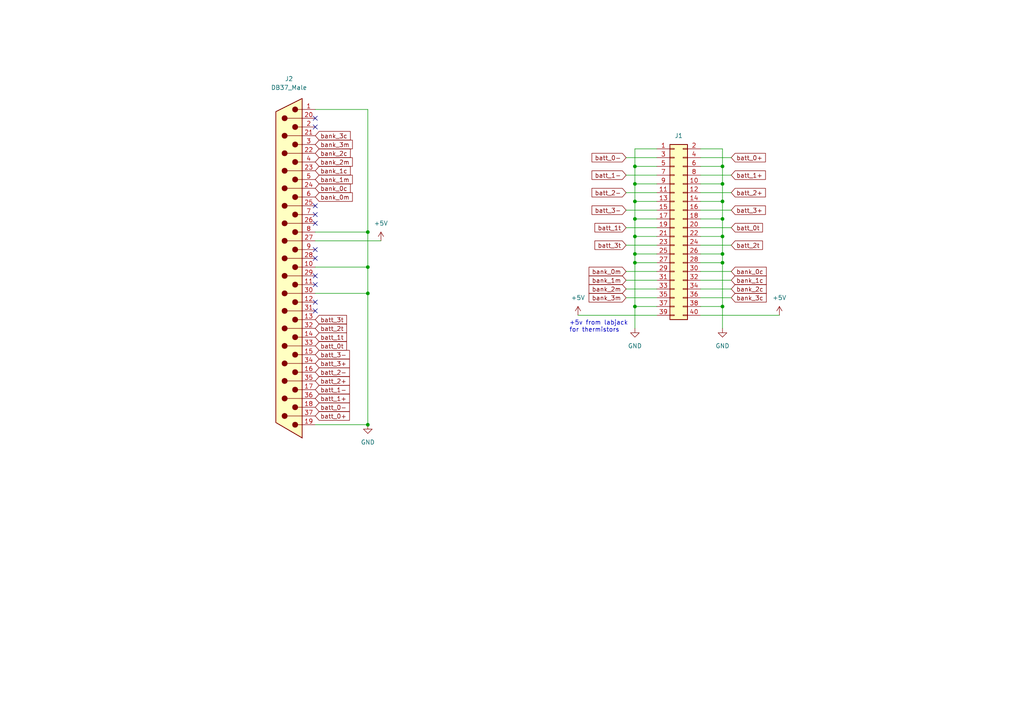
<source format=kicad_sch>
(kicad_sch (version 20211123) (generator eeschema)
  (paper "A4")
  (lib_symbols
    (symbol "Connector:DB37_Male" (pin_names (offset 1.016) hide)
      (property "Reference" "J" (at 0 50.8 0))
      (property "Value" "DB37_Male" (at 0 -50.8 0))
      (symbol "DB37_Male_0_1"
        (circle (center -1.778 -45.72) (radius 0.762) (fill (type outline)))
        (circle (center -1.778 -40.64) (radius 0.762) (fill (type outline)))
        (circle (center -1.778 -35.56) (radius 0.762) (fill (type outline)))
        (circle (center -1.778 -30.48) (radius 0.762) (fill (type outline)))
        (circle (center -1.778 -25.4) (radius 0.762) (fill (type outline)))
        (circle (center -1.778 -20.32) (radius 0.762) (fill (type outline)))
        (circle (center -1.778 -15.24) (radius 0.762) (fill (type outline)))
        (circle (center -1.778 -10.16) (radius 0.762) (fill (type outline)))
        (circle (center -1.778 -5.08) (radius 0.762) (fill (type outline)))
        (circle (center -1.778 0) (radius 0.762) (fill (type outline)))
        (circle (center -1.778 5.08) (radius 0.762) (fill (type outline)))
        (circle (center -1.778 10.16) (radius 0.762) (fill (type outline)))
        (circle (center -1.778 15.24) (radius 0.762) (fill (type outline)))
        (circle (center -1.778 20.32) (radius 0.762) (fill (type outline)))
        (circle (center -1.778 25.4) (radius 0.762) (fill (type outline)))
        (circle (center -1.778 30.48) (radius 0.762) (fill (type outline)))
        (circle (center -1.778 35.56) (radius 0.762) (fill (type outline)))
        (circle (center -1.778 40.64) (radius 0.762) (fill (type outline)))
        (circle (center -1.778 45.72) (radius 0.762) (fill (type outline)))
        (polyline (pts (xy -3.81 -45.72) (xy -2.54 -45.72)))
        (polyline (pts (xy -3.81 -43.18) (xy 0.508 -43.18)))
        (polyline (pts (xy -3.81 -40.64) (xy -2.54 -40.64)))
        (polyline (pts (xy -3.81 -38.1) (xy 0.508 -38.1)))
        (polyline (pts (xy -3.81 -35.56) (xy -2.54 -35.56)))
        (polyline (pts (xy -3.81 -33.02) (xy 0.508 -33.02)))
        (polyline (pts (xy -3.81 -30.48) (xy -2.54 -30.48)))
        (polyline (pts (xy -3.81 -27.94) (xy 0.508 -27.94)))
        (polyline (pts (xy -3.81 -25.4) (xy -2.54 -25.4)))
        (polyline (pts (xy -3.81 -22.86) (xy 0.508 -22.86)))
        (polyline (pts (xy -3.81 -20.32) (xy -2.54 -20.32)))
        (polyline (pts (xy -3.81 -17.78) (xy 0.508 -17.78)))
        (polyline (pts (xy -3.81 -15.24) (xy -2.54 -15.24)))
        (polyline (pts (xy -3.81 -12.7) (xy 0.508 -12.7)))
        (polyline (pts (xy -3.81 -10.16) (xy -2.54 -10.16)))
        (polyline (pts (xy -3.81 -7.62) (xy 0.508 -7.62)))
        (polyline (pts (xy -3.81 -5.08) (xy -2.54 -5.08)))
        (polyline (pts (xy -3.81 -2.54) (xy 0.508 -2.54)))
        (polyline (pts (xy -3.81 0) (xy -2.54 0)))
        (polyline (pts (xy -3.81 2.54) (xy 0.508 2.54)))
        (polyline (pts (xy -3.81 5.08) (xy -2.54 5.08)))
        (polyline (pts (xy -3.81 7.62) (xy 0.508 7.62)))
        (polyline (pts (xy -3.81 10.16) (xy -2.54 10.16)))
        (polyline (pts (xy -3.81 12.7) (xy 0.508 12.7)))
        (polyline (pts (xy -3.81 15.24) (xy -2.54 15.24)))
        (polyline (pts (xy -3.81 17.78) (xy 0.508 17.78)))
        (polyline (pts (xy -3.81 20.32) (xy -2.54 20.32)))
        (polyline (pts (xy -3.81 22.86) (xy 0.508 22.86)))
        (polyline (pts (xy -3.81 25.4) (xy -2.54 25.4)))
        (polyline (pts (xy -3.81 27.94) (xy 0.508 27.94)))
        (polyline (pts (xy -3.81 30.48) (xy -2.54 30.48)))
        (polyline (pts (xy -3.81 33.02) (xy 0.508 33.02)))
        (polyline (pts (xy -3.81 35.56) (xy -2.54 35.56)))
        (polyline (pts (xy -3.81 38.1) (xy 0.508 38.1)))
        (polyline (pts (xy -3.81 40.64) (xy -2.54 40.64)))
        (polyline (pts (xy -3.81 43.18) (xy 0.508 43.18)))
        (polyline (pts (xy -3.81 45.72) (xy -2.54 45.72)))
        (polyline (pts (xy -3.81 49.53) (xy 3.81 45.085) (xy 3.81 -45.085) (xy -3.81 -48.895) (xy -3.81 49.53)) (stroke (width 0.254)) (fill (type background)))
        (circle (center 1.27 -43.18) (radius 0.762) (fill (type outline)))
        (circle (center 1.27 -38.1) (radius 0.762) (fill (type outline)))
        (circle (center 1.27 -33.02) (radius 0.762) (fill (type outline)))
        (circle (center 1.27 -27.94) (radius 0.762) (fill (type outline)))
        (circle (center 1.27 -22.86) (radius 0.762) (fill (type outline)))
        (circle (center 1.27 -17.78) (radius 0.762) (fill (type outline)))
        (circle (center 1.27 -12.7) (radius 0.762) (fill (type outline)))
        (circle (center 1.27 -7.62) (radius 0.762) (fill (type outline)))
        (circle (center 1.27 -2.54) (radius 0.762) (fill (type outline)))
        (circle (center 1.27 2.54) (radius 0.762) (fill (type outline)))
        (circle (center 1.27 7.62) (radius 0.762) (fill (type outline)))
        (circle (center 1.27 12.7) (radius 0.762) (fill (type outline)))
        (circle (center 1.27 17.78) (radius 0.762) (fill (type outline)))
        (circle (center 1.27 22.86) (radius 0.762) (fill (type outline)))
        (circle (center 1.27 27.94) (radius 0.762) (fill (type outline)))
        (circle (center 1.27 33.02) (radius 0.762) (fill (type outline)))
        (circle (center 1.27 38.1) (radius 0.762) (fill (type outline)))
        (circle (center 1.27 43.18) (radius 0.762) (fill (type outline)))
      )
      (symbol "DB37_Male_1_1"
        (pin passive line (at -7.62 -45.72 0) (length 3.81) (name "1") (number "1"))
        (pin passive line (at -7.62 0 0) (length 3.81) (name "10") (number "10"))
        (pin passive line (at -7.62 5.08 0) (length 3.81) (name "11") (number "11"))
        (pin passive line (at -7.62 10.16 0) (length 3.81) (name "12") (number "12"))
        (pin passive line (at -7.62 15.24 0) (length 3.81) (name "13") (number "13"))
        (pin passive line (at -7.62 20.32 0) (length 3.81) (name "14") (number "14"))
        (pin passive line (at -7.62 25.4 0) (length 3.81) (name "15") (number "15"))
        (pin passive line (at -7.62 30.48 0) (length 3.81) (name "16") (number "16"))
        (pin passive line (at -7.62 35.56 0) (length 3.81) (name "17") (number "17"))
        (pin passive line (at -7.62 40.64 0) (length 3.81) (name "18") (number "18"))
        (pin passive line (at -7.62 45.72 0) (length 3.81) (name "19") (number "19"))
        (pin passive line (at -7.62 -40.64 0) (length 3.81) (name "2") (number "2"))
        (pin passive line (at -7.62 -43.18 0) (length 3.81) (name "20") (number "20"))
        (pin passive line (at -7.62 -38.1 0) (length 3.81) (name "21") (number "21"))
        (pin passive line (at -7.62 -33.02 0) (length 3.81) (name "22") (number "22"))
        (pin passive line (at -7.62 -27.94 0) (length 3.81) (name "23") (number "23"))
        (pin passive line (at -7.62 -22.86 0) (length 3.81) (name "24") (number "24"))
        (pin passive line (at -7.62 -17.78 0) (length 3.81) (name "25") (number "25"))
        (pin passive line (at -7.62 -12.7 0) (length 3.81) (name "26") (number "26"))
        (pin passive line (at -7.62 -7.62 0) (length 3.81) (name "27") (number "27"))
        (pin passive line (at -7.62 -2.54 0) (length 3.81) (name "28") (number "28"))
        (pin passive line (at -7.62 2.54 0) (length 3.81) (name "29") (number "29"))
        (pin passive line (at -7.62 -35.56 0) (length 3.81) (name "3") (number "3"))
        (pin passive line (at -7.62 7.62 0) (length 3.81) (name "30") (number "30"))
        (pin passive line (at -7.62 12.7 0) (length 3.81) (name "31") (number "31"))
        (pin passive line (at -7.62 17.78 0) (length 3.81) (name "32") (number "32"))
        (pin passive line (at -7.62 22.86 0) (length 3.81) (name "33") (number "33"))
        (pin passive line (at -7.62 27.94 0) (length 3.81) (name "34") (number "34"))
        (pin passive line (at -7.62 33.02 0) (length 3.81) (name "35") (number "35"))
        (pin passive line (at -7.62 38.1 0) (length 3.81) (name "36") (number "36"))
        (pin passive line (at -7.62 43.18 0) (length 3.81) (name "37") (number "37"))
        (pin passive line (at -7.62 -30.48 0) (length 3.81) (name "4") (number "4"))
        (pin passive line (at -7.62 -25.4 0) (length 3.81) (name "5") (number "5"))
        (pin passive line (at -7.62 -20.32 0) (length 3.81) (name "6") (number "6"))
        (pin passive line (at -7.62 -15.24 0) (length 3.81) (name "7") (number "7"))
        (pin passive line (at -7.62 -10.16 0) (length 3.81) (name "8") (number "8"))
        (pin passive line (at -7.62 -5.08 0) (length 3.81) (name "9") (number "9"))
      )
    )
    (symbol "Connector_Generic:Conn_02x20_Odd_Even" (pin_names (offset 1.016) hide)
      (property "Reference" "J" (at 1.27 25.4 0))
      (property "Value" "Conn_02x20_Odd_Even" (at 1.27 -27.94 0))
      (symbol "Conn_02x20_Odd_Even_1_1"
        (rectangle (start -1.27 -25.273) (end 0 -25.527) (stroke (width 0.1524)))
        (rectangle (start -1.27 -22.733) (end 0 -22.987) (stroke (width 0.1524)))
        (rectangle (start -1.27 -20.193) (end 0 -20.447) (stroke (width 0.1524)))
        (rectangle (start -1.27 -17.653) (end 0 -17.907) (stroke (width 0.1524)))
        (rectangle (start -1.27 -15.113) (end 0 -15.367) (stroke (width 0.1524)))
        (rectangle (start -1.27 -12.573) (end 0 -12.827) (stroke (width 0.1524)))
        (rectangle (start -1.27 -10.033) (end 0 -10.287) (stroke (width 0.1524)))
        (rectangle (start -1.27 -7.493) (end 0 -7.747) (stroke (width 0.1524)))
        (rectangle (start -1.27 -4.953) (end 0 -5.207) (stroke (width 0.1524)))
        (rectangle (start -1.27 -2.413) (end 0 -2.667) (stroke (width 0.1524)))
        (rectangle (start -1.27 0.127) (end 0 -0.127) (stroke (width 0.1524)))
        (rectangle (start -1.27 2.667) (end 0 2.413) (stroke (width 0.1524)))
        (rectangle (start -1.27 5.207) (end 0 4.953) (stroke (width 0.1524)))
        (rectangle (start -1.27 7.747) (end 0 7.493) (stroke (width 0.1524)))
        (rectangle (start -1.27 10.287) (end 0 10.033) (stroke (width 0.1524)))
        (rectangle (start -1.27 12.827) (end 0 12.573) (stroke (width 0.1524)))
        (rectangle (start -1.27 15.367) (end 0 15.113) (stroke (width 0.1524)))
        (rectangle (start -1.27 17.907) (end 0 17.653) (stroke (width 0.1524)))
        (rectangle (start -1.27 20.447) (end 0 20.193) (stroke (width 0.1524)))
        (rectangle (start -1.27 22.987) (end 0 22.733) (stroke (width 0.1524)))
        (rectangle (start -1.27 24.13) (end 3.81 -26.67) (stroke (width 0.254)) (fill (type background)))
        (rectangle (start 3.81 -25.273) (end 2.54 -25.527) (stroke (width 0.1524)))
        (rectangle (start 3.81 -22.733) (end 2.54 -22.987) (stroke (width 0.1524)))
        (rectangle (start 3.81 -20.193) (end 2.54 -20.447) (stroke (width 0.1524)))
        (rectangle (start 3.81 -17.653) (end 2.54 -17.907) (stroke (width 0.1524)))
        (rectangle (start 3.81 -15.113) (end 2.54 -15.367) (stroke (width 0.1524)))
        (rectangle (start 3.81 -12.573) (end 2.54 -12.827) (stroke (width 0.1524)))
        (rectangle (start 3.81 -10.033) (end 2.54 -10.287) (stroke (width 0.1524)))
        (rectangle (start 3.81 -7.493) (end 2.54 -7.747) (stroke (width 0.1524)))
        (rectangle (start 3.81 -4.953) (end 2.54 -5.207) (stroke (width 0.1524)))
        (rectangle (start 3.81 -2.413) (end 2.54 -2.667) (stroke (width 0.1524)))
        (rectangle (start 3.81 0.127) (end 2.54 -0.127) (stroke (width 0.1524)))
        (rectangle (start 3.81 2.667) (end 2.54 2.413) (stroke (width 0.1524)))
        (rectangle (start 3.81 5.207) (end 2.54 4.953) (stroke (width 0.1524)))
        (rectangle (start 3.81 7.747) (end 2.54 7.493) (stroke (width 0.1524)))
        (rectangle (start 3.81 10.287) (end 2.54 10.033) (stroke (width 0.1524)))
        (rectangle (start 3.81 12.827) (end 2.54 12.573) (stroke (width 0.1524)))
        (rectangle (start 3.81 15.367) (end 2.54 15.113) (stroke (width 0.1524)))
        (rectangle (start 3.81 17.907) (end 2.54 17.653) (stroke (width 0.1524)))
        (rectangle (start 3.81 20.447) (end 2.54 20.193) (stroke (width 0.1524)))
        (rectangle (start 3.81 22.987) (end 2.54 22.733) (stroke (width 0.1524)))
        (pin passive line (at -5.08 22.86 0) (length 3.81) (name "Pin_1") (number "1"))
        (pin passive line (at 7.62 12.7 180) (length 3.81) (name "Pin_10") (number "10"))
        (pin passive line (at -5.08 10.16 0) (length 3.81) (name "Pin_11") (number "11"))
        (pin passive line (at 7.62 10.16 180) (length 3.81) (name "Pin_12") (number "12"))
        (pin passive line (at -5.08 7.62 0) (length 3.81) (name "Pin_13") (number "13"))
        (pin passive line (at 7.62 7.62 180) (length 3.81) (name "Pin_14") (number "14"))
        (pin passive line (at -5.08 5.08 0) (length 3.81) (name "Pin_15") (number "15"))
        (pin passive line (at 7.62 5.08 180) (length 3.81) (name "Pin_16") (number "16"))
        (pin passive line (at -5.08 2.54 0) (length 3.81) (name "Pin_17") (number "17"))
        (pin passive line (at 7.62 2.54 180) (length 3.81) (name "Pin_18") (number "18"))
        (pin passive line (at -5.08 0 0) (length 3.81) (name "Pin_19") (number "19"))
        (pin passive line (at 7.62 22.86 180) (length 3.81) (name "Pin_2") (number "2"))
        (pin passive line (at 7.62 0 180) (length 3.81) (name "Pin_20") (number "20"))
        (pin passive line (at -5.08 -2.54 0) (length 3.81) (name "Pin_21") (number "21"))
        (pin passive line (at 7.62 -2.54 180) (length 3.81) (name "Pin_22") (number "22"))
        (pin passive line (at -5.08 -5.08 0) (length 3.81) (name "Pin_23") (number "23"))
        (pin passive line (at 7.62 -5.08 180) (length 3.81) (name "Pin_24") (number "24"))
        (pin passive line (at -5.08 -7.62 0) (length 3.81) (name "Pin_25") (number "25"))
        (pin passive line (at 7.62 -7.62 180) (length 3.81) (name "Pin_26") (number "26"))
        (pin passive line (at -5.08 -10.16 0) (length 3.81) (name "Pin_27") (number "27"))
        (pin passive line (at 7.62 -10.16 180) (length 3.81) (name "Pin_28") (number "28"))
        (pin passive line (at -5.08 -12.7 0) (length 3.81) (name "Pin_29") (number "29"))
        (pin passive line (at -5.08 20.32 0) (length 3.81) (name "Pin_3") (number "3"))
        (pin passive line (at 7.62 -12.7 180) (length 3.81) (name "Pin_30") (number "30"))
        (pin passive line (at -5.08 -15.24 0) (length 3.81) (name "Pin_31") (number "31"))
        (pin passive line (at 7.62 -15.24 180) (length 3.81) (name "Pin_32") (number "32"))
        (pin passive line (at -5.08 -17.78 0) (length 3.81) (name "Pin_33") (number "33"))
        (pin passive line (at 7.62 -17.78 180) (length 3.81) (name "Pin_34") (number "34"))
        (pin passive line (at -5.08 -20.32 0) (length 3.81) (name "Pin_35") (number "35"))
        (pin passive line (at 7.62 -20.32 180) (length 3.81) (name "Pin_36") (number "36"))
        (pin passive line (at -5.08 -22.86 0) (length 3.81) (name "Pin_37") (number "37"))
        (pin passive line (at 7.62 -22.86 180) (length 3.81) (name "Pin_38") (number "38"))
        (pin passive line (at -5.08 -25.4 0) (length 3.81) (name "Pin_39") (number "39"))
        (pin passive line (at 7.62 20.32 180) (length 3.81) (name "Pin_4") (number "4"))
        (pin passive line (at 7.62 -25.4 180) (length 3.81) (name "Pin_40") (number "40"))
        (pin passive line (at -5.08 17.78 0) (length 3.81) (name "Pin_5") (number "5"))
        (pin passive line (at 7.62 17.78 180) (length 3.81) (name "Pin_6") (number "6"))
        (pin passive line (at -5.08 15.24 0) (length 3.81) (name "Pin_7") (number "7"))
        (pin passive line (at 7.62 15.24 180) (length 3.81) (name "Pin_8") (number "8"))
        (pin passive line (at -5.08 12.7 0) (length 3.81) (name "Pin_9") (number "9"))
      )
    )
    (symbol "power:+5V" (power) (pin_names (offset 0))
      (property "Value" "+5V" (at 0 3.556 0))
      (symbol "+5V_0_1"
        (polyline (pts (xy -0.762 1.27) (xy 0 2.54)))
        (polyline (pts (xy 0 0) (xy 0 2.54)))
        (polyline (pts (xy 0 2.54) (xy 0.762 1.27)))
      )
      (symbol "+5V_1_1"
        (pin power_in line (at 0 0 90) (length 0) hide (name "+5V") (number "1"))
      )
    )
    (symbol "power:GND" (power) (pin_names (offset 0))
      (property "Value" "GND" (at 0 -3.81 0))
      (symbol "GND_0_1"
        (polyline (pts (xy 0 0) (xy 0 -1.27) (xy 1.27 -1.27) (xy 0 -2.54) (xy -1.27 -1.27) (xy 0 -1.27)))
      )
      (symbol "GND_1_1"
        (pin power_in line (at 0 0 270) (length 0) hide (name "GND") (number "1"))
      )
    )
  )
  (junction (at 184.15 88.9))
  (junction (at 184.15 48.26))
  (junction (at 209.55 73.66))
  (junction (at 106.68 67.31))
  (junction (at 209.55 68.58))
  (junction (at 184.15 58.42))
  (junction (at 184.15 53.34))
  (junction (at 209.55 88.9))
  (junction (at 184.15 73.66))
  (junction (at 184.15 68.58))
  (junction (at 209.55 58.42))
  (junction (at 209.55 63.5))
  (junction (at 184.15 63.5))
  (junction (at 209.55 48.26))
  (junction (at 106.68 123.19))
  (junction (at 209.55 53.34))
  (junction (at 184.15 76.2))
  (junction (at 209.55 76.2))
  (junction (at 106.68 77.47))
  (junction (at 106.68 85.09))
  (no_connect (at 91.44 82.55))
  (no_connect (at 91.44 87.63))
  (no_connect (at 91.44 90.17))
  (no_connect (at 91.44 36.83))
  (no_connect (at 91.44 34.29))
  (no_connect (at 91.44 62.23))
  (no_connect (at 91.44 64.77))
  (no_connect (at 91.44 72.39))
  (no_connect (at 91.44 74.93))
  (no_connect (at 91.44 80.01))
  (no_connect (at 91.44 59.69))
  (wire (pts (xy 203.2 63.5) (xy 209.55 63.5)))
  (wire (pts (xy 106.68 85.09) (xy 106.68 123.19)))
  (wire (pts (xy 203.2 81.28) (xy 212.09 81.28)))
  (wire (pts (xy 181.61 60.96) (xy 190.5 60.96)))
  (wire (pts (xy 209.55 58.42) (xy 209.55 63.5)))
  (wire (pts (xy 190.5 48.26) (xy 184.15 48.26)))
  (wire (pts (xy 190.5 43.18) (xy 184.15 43.18)))
  (wire (pts (xy 184.15 76.2) (xy 184.15 88.9)))
  (wire (pts (xy 190.5 63.5) (xy 184.15 63.5)))
  (wire (pts (xy 203.2 58.42) (xy 209.55 58.42)))
  (wire (pts (xy 203.2 68.58) (xy 209.55 68.58)))
  (wire (pts (xy 209.55 58.42) (xy 209.55 53.34)))
  (wire (pts (xy 203.2 86.36) (xy 212.09 86.36)))
  (wire (pts (xy 106.68 77.47) (xy 106.68 85.09)))
  (wire (pts (xy 203.2 50.8) (xy 212.09 50.8)))
  (wire (pts (xy 181.61 66.04) (xy 190.5 66.04)))
  (wire (pts (xy 91.44 69.85) (xy 110.49 69.85)))
  (wire (pts (xy 203.2 60.96) (xy 212.09 60.96)))
  (wire (pts (xy 91.44 77.47) (xy 106.68 77.47)))
  (wire (pts (xy 203.2 88.9) (xy 209.55 88.9)))
  (wire (pts (xy 91.44 67.31) (xy 106.68 67.31)))
  (wire (pts (xy 184.15 63.5) (xy 184.15 68.58)))
  (wire (pts (xy 203.2 73.66) (xy 209.55 73.66)))
  (wire (pts (xy 167.64 91.44) (xy 190.5 91.44)))
  (wire (pts (xy 184.15 58.42) (xy 184.15 63.5)))
  (wire (pts (xy 203.2 83.82) (xy 212.09 83.82)))
  (wire (pts (xy 181.61 78.74) (xy 190.5 78.74)))
  (wire (pts (xy 184.15 48.26) (xy 184.15 53.34)))
  (wire (pts (xy 209.55 48.26) (xy 209.55 53.34)))
  (wire (pts (xy 203.2 66.04) (xy 212.09 66.04)))
  (wire (pts (xy 209.55 76.2) (xy 209.55 88.9)))
  (wire (pts (xy 106.68 123.19) (xy 91.44 123.19)))
  (wire (pts (xy 184.15 58.42) (xy 184.15 53.34)))
  (wire (pts (xy 203.2 45.72) (xy 212.09 45.72)))
  (wire (pts (xy 184.15 73.66) (xy 190.5 73.66)))
  (wire (pts (xy 184.15 43.18) (xy 184.15 48.26)))
  (wire (pts (xy 181.61 45.72) (xy 190.5 45.72)))
  (wire (pts (xy 190.5 68.58) (xy 184.15 68.58)))
  (wire (pts (xy 181.61 55.88) (xy 190.5 55.88)))
  (wire (pts (xy 209.55 48.26) (xy 203.2 48.26)))
  (wire (pts (xy 184.15 68.58) (xy 184.15 73.66)))
  (wire (pts (xy 184.15 88.9) (xy 184.15 95.25)))
  (wire (pts (xy 203.2 78.74) (xy 212.09 78.74)))
  (wire (pts (xy 106.68 67.31) (xy 106.68 77.47)))
  (wire (pts (xy 209.55 88.9) (xy 209.55 95.25)))
  (wire (pts (xy 209.55 43.18) (xy 209.55 48.26)))
  (wire (pts (xy 209.55 76.2) (xy 203.2 76.2)))
  (wire (pts (xy 190.5 58.42) (xy 184.15 58.42)))
  (wire (pts (xy 91.44 31.75) (xy 106.68 31.75)))
  (wire (pts (xy 209.55 68.58) (xy 209.55 73.66)))
  (wire (pts (xy 203.2 71.12) (xy 212.09 71.12)))
  (wire (pts (xy 203.2 43.18) (xy 209.55 43.18)))
  (wire (pts (xy 184.15 73.66) (xy 184.15 76.2)))
  (wire (pts (xy 209.55 73.66) (xy 209.55 76.2)))
  (wire (pts (xy 106.68 31.75) (xy 106.68 67.31)))
  (wire (pts (xy 181.61 86.36) (xy 190.5 86.36)))
  (wire (pts (xy 184.15 76.2) (xy 190.5 76.2)))
  (wire (pts (xy 91.44 85.09) (xy 106.68 85.09)))
  (wire (pts (xy 184.15 88.9) (xy 190.5 88.9)))
  (wire (pts (xy 203.2 55.88) (xy 212.09 55.88)))
  (wire (pts (xy 184.15 53.34) (xy 190.5 53.34)))
  (wire (pts (xy 181.61 83.82) (xy 190.5 83.82)))
  (wire (pts (xy 209.55 63.5) (xy 209.55 68.58)))
  (wire (pts (xy 203.2 53.34) (xy 209.55 53.34)))
  (wire (pts (xy 203.2 91.44) (xy 226.06 91.44)))
  (wire (pts (xy 181.61 71.12) (xy 190.5 71.12)))
  (wire (pts (xy 181.61 81.28) (xy 190.5 81.28)))
  (wire (pts (xy 181.61 50.8) (xy 190.5 50.8)))
  (text "+5v from labjack\nfor thermistors" (at 165.1 96.52 0) (effects (font (size 1.27 1.27)) (justify left bottom)))
  (global_label "bank_2m" (shape input) (at 181.61 83.82 180) (property "Intersheet References" "${INTERSHEET_REFS}" (effects hide)))
  (global_label "batt_2+" (shape input) (at 212.09 55.88 0) (property "Intersheet References" "${INTERSHEET_REFS}" (effects hide)))
  (global_label "batt_2-" (shape input) (at 91.44 107.95 0) (property "Intersheet References" "${INTERSHEET_REFS}" (effects hide)))
  (global_label "batt_3-" (shape input) (at 91.44 102.87 0) (property "Intersheet References" "${INTERSHEET_REFS}" (effects hide)))
  (global_label "bank_1c" (shape input) (at 91.44 49.53 0) (property "Intersheet References" "${INTERSHEET_REFS}" (effects hide)))
  (global_label "batt_3+" (shape input) (at 212.09 60.96 0) (property "Intersheet References" "${INTERSHEET_REFS}" (effects hide)))
  (global_label "bank_2c" (shape input) (at 91.44 44.45 0) (property "Intersheet References" "${INTERSHEET_REFS}" (effects hide)))
  (global_label "batt_0-" (shape input) (at 181.61 45.72 180) (property "Intersheet References" "${INTERSHEET_REFS}" (effects hide)))
  (global_label "batt_0+" (shape input) (at 212.09 45.72 0) (property "Intersheet References" "${INTERSHEET_REFS}" (effects hide)))
  (global_label "batt_3-" (shape input) (at 181.61 60.96 180) (property "Intersheet References" "${INTERSHEET_REFS}" (effects hide)))
  (global_label "bank_3m" (shape input) (at 181.61 86.36 180) (property "Intersheet References" "${INTERSHEET_REFS}" (effects hide)))
  (global_label "bank_3c" (shape input) (at 212.09 86.36 0) (property "Intersheet References" "${INTERSHEET_REFS}" (effects hide)))
  (global_label "batt_1+" (shape input) (at 212.09 50.8 0) (property "Intersheet References" "${INTERSHEET_REFS}" (effects hide)))
  (global_label "batt_1t" (shape input) (at 181.61 66.04 180) (property "Intersheet References" "${INTERSHEET_REFS}" (effects hide)))
  (global_label "bank_3c" (shape input) (at 91.44 39.37 0) (property "Intersheet References" "${INTERSHEET_REFS}" (effects hide)))
  (global_label "bank_2m" (shape input) (at 91.44 46.99 0) (property "Intersheet References" "${INTERSHEET_REFS}" (effects hide)))
  (global_label "bank_1m" (shape input) (at 181.61 81.28 180) (property "Intersheet References" "${INTERSHEET_REFS}" (effects hide)))
  (global_label "bank_2c" (shape input) (at 212.09 83.82 0) (property "Intersheet References" "${INTERSHEET_REFS}" (effects hide)))
  (global_label "batt_0-" (shape input) (at 91.44 118.11 0) (property "Intersheet References" "${INTERSHEET_REFS}" (effects hide)))
  (global_label "batt_0t" (shape input) (at 91.44 100.33 0) (property "Intersheet References" "${INTERSHEET_REFS}" (effects hide)))
  (global_label "batt_2-" (shape input) (at 181.61 55.88 180) (property "Intersheet References" "${INTERSHEET_REFS}" (effects hide)))
  (global_label "batt_2t" (shape input) (at 212.09 71.12 0) (property "Intersheet References" "${INTERSHEET_REFS}" (effects hide)))
  (global_label "bank_1c" (shape input) (at 212.09 81.28 0) (property "Intersheet References" "${INTERSHEET_REFS}" (effects hide)))
  (global_label "bank_1m" (shape input) (at 91.44 52.07 0) (property "Intersheet References" "${INTERSHEET_REFS}" (effects hide)))
  (global_label "batt_2+" (shape input) (at 91.44 110.49 0) (property "Intersheet References" "${INTERSHEET_REFS}" (effects hide)))
  (global_label "batt_2t" (shape input) (at 91.44 95.25 0) (property "Intersheet References" "${INTERSHEET_REFS}" (effects hide)))
  (global_label "batt_1-" (shape input) (at 91.44 113.03 0) (property "Intersheet References" "${INTERSHEET_REFS}" (effects hide)))
  (global_label "bank_0c" (shape input) (at 212.09 78.74 0) (property "Intersheet References" "${INTERSHEET_REFS}" (effects hide)))
  (global_label "batt_1t" (shape input) (at 91.44 97.79 0) (property "Intersheet References" "${INTERSHEET_REFS}" (effects hide)))
  (global_label "batt_1+" (shape input) (at 91.44 115.57 0) (property "Intersheet References" "${INTERSHEET_REFS}" (effects hide)))
  (global_label "batt_1-" (shape input) (at 181.61 50.8 180) (property "Intersheet References" "${INTERSHEET_REFS}" (effects hide)))
  (global_label "bank_0c" (shape input) (at 91.44 54.61 0) (property "Intersheet References" "${INTERSHEET_REFS}" (effects hide)))
  (global_label "bank_3m" (shape input) (at 91.44 41.91 0) (property "Intersheet References" "${INTERSHEET_REFS}" (effects hide)))
  (global_label "batt_0t" (shape input) (at 212.09 66.04 0) (property "Intersheet References" "${INTERSHEET_REFS}" (effects hide)))
  (global_label "bank_0m" (shape input) (at 181.61 78.74 180) (property "Intersheet References" "${INTERSHEET_REFS}" (effects hide)))
  (global_label "batt_3t" (shape input) (at 91.44 92.71 0) (property "Intersheet References" "${INTERSHEET_REFS}" (effects hide)))
  (global_label "bank_0m" (shape input) (at 91.44 57.15 0) (property "Intersheet References" "${INTERSHEET_REFS}" (effects hide)))
  (global_label "batt_0+" (shape input) (at 91.44 120.65 0) (property "Intersheet References" "${INTERSHEET_REFS}" (effects hide)))
  (global_label "batt_3t" (shape input) (at 181.61 71.12 180) (property "Intersheet References" "${INTERSHEET_REFS}" (effects hide)))
  (global_label "batt_3+" (shape input) (at 91.44 105.41 0) (property "Intersheet References" "${INTERSHEET_REFS}" (effects hide)))
  (symbol (lib_id "Connector_Generic:Conn_02x20_Odd_Even") (at 195.58 66.04 0) (unit 1)
    (property "Reference" "J1" (at 196.85 39.37 0))
    (property "Value" "connector" (effects hide))
    (property "Footprint" "Connector_IDC:IDC-Header_2x20_P2.54mm_Vertical" (effects hide))
    (property "MPN" "732-5401-ND" (effects hide))
    (property "DPN" "732-5401-ND" (effects hide))
    (property "Descrip" "Connector Header Through Hole 40 position 0.100\" (2.54mm)" (effects hide))
  )
  (symbol (lib_id "power:GND") (at 106.68 123.19 0) (unit 1)
    (property "Reference" "#PWR06" (effects hide))
    (property "Value" "GND" (at 106.68 128.27 0))
  )
  (symbol (lib_id "Connector:DB37_Male") (at 83.82 77.47 180) (unit 1)
    (property "Reference" "J2" (at 83.82 22.86 0))
    (property "Value" "DB37_Male" (at 83.82 25.4 0))
    (property "Footprint" "Connector_Dsub:DSUB-37_Male_Horizontal_P2.77x2.84mm_EdgePinOffset9.40mm" (effects hide))
    (property "Datasheet" " ~" (effects hide))
    (property "DPN" "AE10986-ND" (effects hide))
    (property "Descrip" "CONN D-SUB PLUG 37POS R/A SLDR" (effects hide))
    (property "MPN" "A-DS 37 A/KG-T2S" (effects hide))
    (property "Manufacturer" "Assmann WSW Components" (effects hide))
  )
  (symbol (lib_id "power:GND") (at 209.55 95.25 0) (unit 1)
    (property "Reference" "#PWR05" (effects hide))
    (property "Value" "GND" (at 209.55 100.33 0))
  )
  (symbol (lib_id "power:+5V") (at 226.06 91.44 0) (unit 1)
    (property "Reference" "#PWR03" (effects hide))
    (property "Value" "+5V" (at 226.06 86.36 0))
  )
  (symbol (lib_id "power:GND") (at 184.15 95.25 0) (unit 1)
    (property "Reference" "#PWR04" (effects hide))
    (property "Value" "GND" (at 184.15 100.33 0))
  )
  (symbol (lib_id "power:+5V") (at 110.49 69.85 0) (unit 1)
    (property "Reference" "#PWR01" (effects hide))
    (property "Value" "+5V" (at 110.49 64.77 0))
  )
  (symbol (lib_id "power:+5V") (at 167.64 91.44 0) (unit 1)
    (property "Reference" "#PWR02" (effects hide))
    (property "Value" "+5V" (at 167.64 86.36 0))
  )
)
</source>
